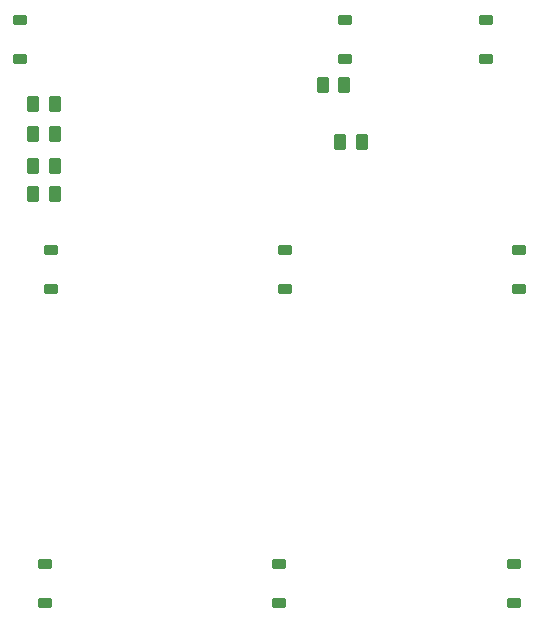
<source format=gbr>
%TF.GenerationSoftware,KiCad,Pcbnew,9.0.3*%
%TF.CreationDate,2025-07-28T22:58:47-04:00*%
%TF.ProjectId,9kMacroPCB,396b4d61-6372-46f5-9043-422e6b696361,rev?*%
%TF.SameCoordinates,Original*%
%TF.FileFunction,Paste,Bot*%
%TF.FilePolarity,Positive*%
%FSLAX46Y46*%
G04 Gerber Fmt 4.6, Leading zero omitted, Abs format (unit mm)*
G04 Created by KiCad (PCBNEW 9.0.3) date 2025-07-28 22:58:47*
%MOMM*%
%LPD*%
G01*
G04 APERTURE LIST*
G04 Aperture macros list*
%AMRoundRect*
0 Rectangle with rounded corners*
0 $1 Rounding radius*
0 $2 $3 $4 $5 $6 $7 $8 $9 X,Y pos of 4 corners*
0 Add a 4 corners polygon primitive as box body*
4,1,4,$2,$3,$4,$5,$6,$7,$8,$9,$2,$3,0*
0 Add four circle primitives for the rounded corners*
1,1,$1+$1,$2,$3*
1,1,$1+$1,$4,$5*
1,1,$1+$1,$6,$7*
1,1,$1+$1,$8,$9*
0 Add four rect primitives between the rounded corners*
20,1,$1+$1,$2,$3,$4,$5,0*
20,1,$1+$1,$4,$5,$6,$7,0*
20,1,$1+$1,$6,$7,$8,$9,0*
20,1,$1+$1,$8,$9,$2,$3,0*%
G04 Aperture macros list end*
%ADD10RoundRect,0.250000X0.262500X0.450000X-0.262500X0.450000X-0.262500X-0.450000X0.262500X-0.450000X0*%
%ADD11RoundRect,0.225000X-0.375000X0.225000X-0.375000X-0.225000X0.375000X-0.225000X0.375000X0.225000X0*%
%ADD12RoundRect,0.225000X0.375000X-0.225000X0.375000X0.225000X-0.375000X0.225000X-0.375000X-0.225000X0*%
G04 APERTURE END LIST*
D10*
%TO.C,R6*%
X159385000Y-52324000D03*
X157560000Y-52324000D03*
%TD*%
D11*
%TO.C,D5*%
X152908000Y-64769000D03*
X152908000Y-61469000D03*
%TD*%
D10*
%TO.C,R5*%
X157908000Y-47498000D03*
X156083000Y-47498000D03*
%TD*%
%TO.C,R4*%
X133373500Y-54356000D03*
X131548500Y-54356000D03*
%TD*%
%TO.C,R3*%
X133373500Y-56769000D03*
X131548500Y-56769000D03*
%TD*%
%TO.C,R2*%
X133397000Y-51689000D03*
X131572000Y-51689000D03*
%TD*%
%TO.C,R1*%
X133373500Y-49149000D03*
X131548500Y-49149000D03*
%TD*%
D11*
%TO.C,D1*%
X130429000Y-42006250D03*
X130429000Y-45306250D03*
%TD*%
%TO.C,D3*%
X169862500Y-42006250D03*
X169862500Y-45306250D03*
%TD*%
%TO.C,D4*%
X133096000Y-61469000D03*
X133096000Y-64769000D03*
%TD*%
%TO.C,D6*%
X172720000Y-61469000D03*
X172720000Y-64769000D03*
%TD*%
D12*
%TO.C,D7*%
X132556250Y-91343750D03*
X132556250Y-88043750D03*
%TD*%
D11*
%TO.C,D2*%
X157956250Y-42006250D03*
X157956250Y-45306250D03*
%TD*%
D12*
%TO.C,D9*%
X172243750Y-91343750D03*
X172243750Y-88043750D03*
%TD*%
%TO.C,D8*%
X152400000Y-91343750D03*
X152400000Y-88043750D03*
%TD*%
M02*

</source>
